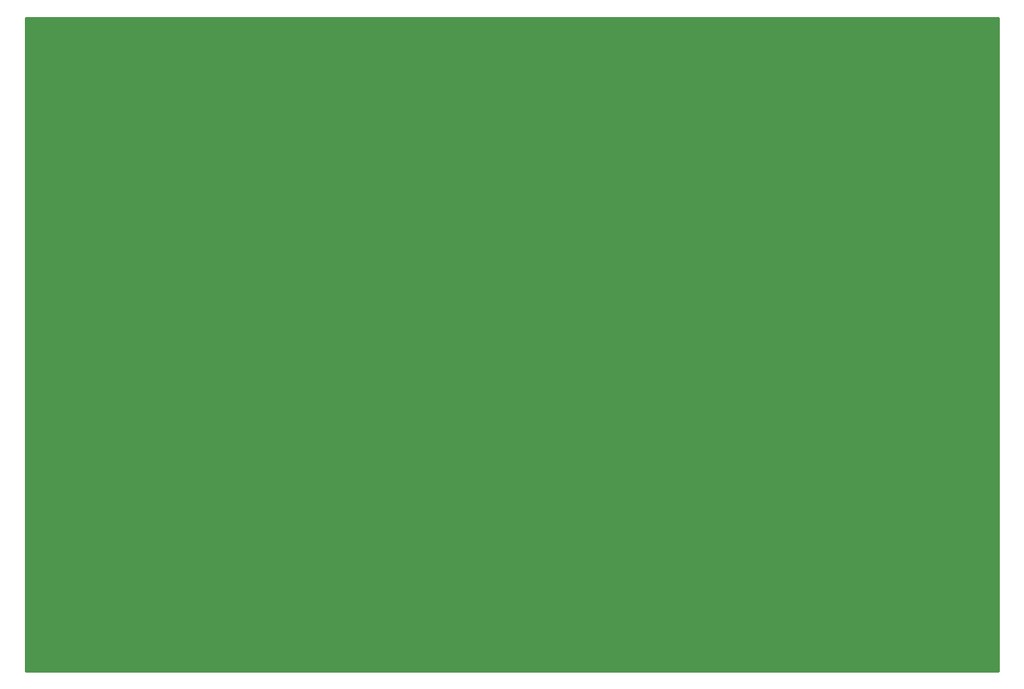
<source format=gbr>
%TF.GenerationSoftware,Altium Limited,Altium Designer,25.3.3 (18)*%
G04 Layer_Physical_Order=2*
G04 Layer_Color=16711680*
%FSLAX45Y45*%
%MOMM*%
%TF.SameCoordinates,CB275F63-78EB-4841-8615-F89993CCF644*%
%TF.FilePolarity,Positive*%
%TF.FileFunction,Copper,L2,Bot,Signal*%
%TF.Part,Single*%
G01*
G75*
%TA.AperFunction,ViaPad*%
%ADD10C,1.30000*%
%TA.AperFunction,NonConductor*%
%ADD11C,0.25400*%
%ADD12R,115.80000X77.80000*%
D10*
X10104700Y4432300D02*
D03*
D11*
X4327400Y3613327D02*
X15907401D01*
X4327400Y11393326D02*
X15907401D01*
Y3613327D02*
Y11393326D01*
X4327400Y3613327D02*
Y11393326D01*
D12*
X10117400Y7484100D02*
D03*
%TF.MD5,ee453100677cfda456add6c68bd2e39b*%
M02*

</source>
